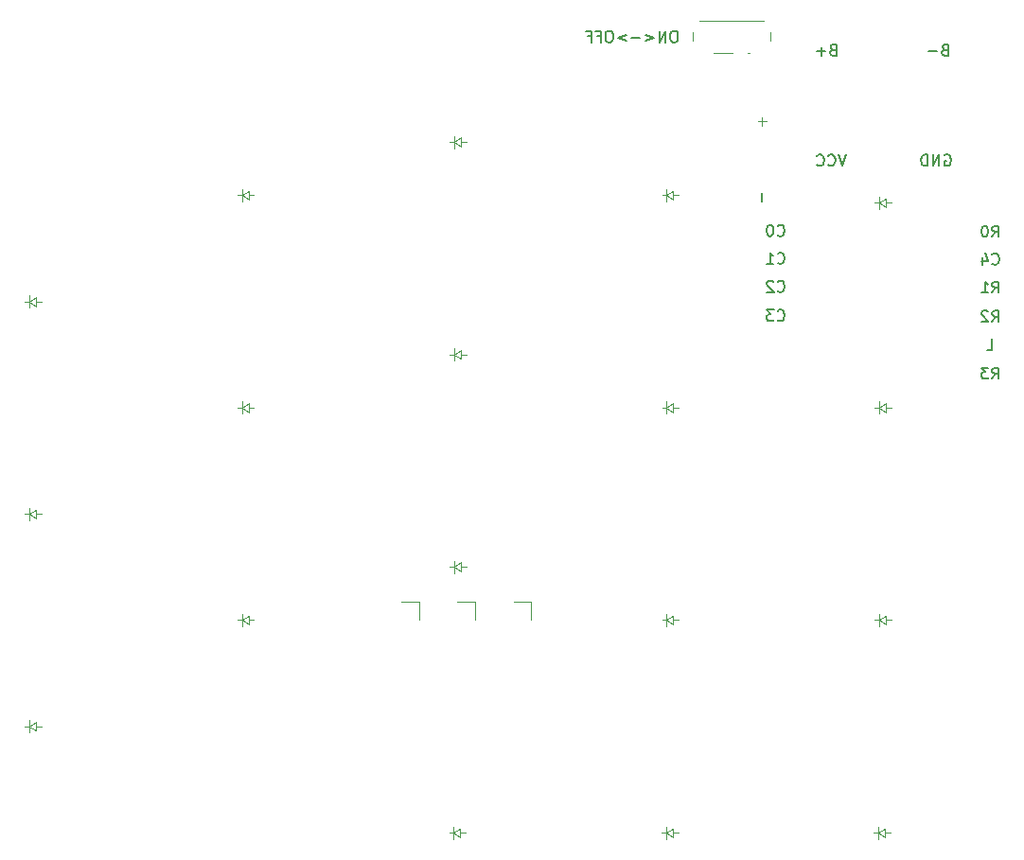
<source format=gbr>
%TF.GenerationSoftware,KiCad,Pcbnew,9.0.4*%
%TF.CreationDate,2025-08-20T23:04:38+02:00*%
%TF.ProjectId,PlusMinus38,506c7573-4d69-46e7-9573-33382e6b6963,v1.0.0*%
%TF.SameCoordinates,Original*%
%TF.FileFunction,Legend,Bot*%
%TF.FilePolarity,Positive*%
%FSLAX46Y46*%
G04 Gerber Fmt 4.6, Leading zero omitted, Abs format (unit mm)*
G04 Created by KiCad (PCBNEW 9.0.4) date 2025-08-20 23:04:38*
%MOMM*%
%LPD*%
G01*
G04 APERTURE LIST*
%ADD10C,0.150000*%
%ADD11C,0.125000*%
%ADD12C,0.120000*%
%ADD13C,0.100000*%
G04 APERTURE END LIST*
D10*
X122033332Y-53504819D02*
X121699999Y-54504819D01*
X121699999Y-54504819D02*
X121366666Y-53504819D01*
X120461904Y-54409580D02*
X120509523Y-54457200D01*
X120509523Y-54457200D02*
X120652380Y-54504819D01*
X120652380Y-54504819D02*
X120747618Y-54504819D01*
X120747618Y-54504819D02*
X120890475Y-54457200D01*
X120890475Y-54457200D02*
X120985713Y-54361961D01*
X120985713Y-54361961D02*
X121033332Y-54266723D01*
X121033332Y-54266723D02*
X121080951Y-54076247D01*
X121080951Y-54076247D02*
X121080951Y-53933390D01*
X121080951Y-53933390D02*
X121033332Y-53742914D01*
X121033332Y-53742914D02*
X120985713Y-53647676D01*
X120985713Y-53647676D02*
X120890475Y-53552438D01*
X120890475Y-53552438D02*
X120747618Y-53504819D01*
X120747618Y-53504819D02*
X120652380Y-53504819D01*
X120652380Y-53504819D02*
X120509523Y-53552438D01*
X120509523Y-53552438D02*
X120461904Y-53600057D01*
X119461904Y-54409580D02*
X119509523Y-54457200D01*
X119509523Y-54457200D02*
X119652380Y-54504819D01*
X119652380Y-54504819D02*
X119747618Y-54504819D01*
X119747618Y-54504819D02*
X119890475Y-54457200D01*
X119890475Y-54457200D02*
X119985713Y-54361961D01*
X119985713Y-54361961D02*
X120033332Y-54266723D01*
X120033332Y-54266723D02*
X120080951Y-54076247D01*
X120080951Y-54076247D02*
X120080951Y-53933390D01*
X120080951Y-53933390D02*
X120033332Y-53742914D01*
X120033332Y-53742914D02*
X119985713Y-53647676D01*
X119985713Y-53647676D02*
X119890475Y-53552438D01*
X119890475Y-53552438D02*
X119747618Y-53504819D01*
X119747618Y-53504819D02*
X119652380Y-53504819D01*
X119652380Y-53504819D02*
X119509523Y-53552438D01*
X119509523Y-53552438D02*
X119461904Y-53600057D01*
X135120666Y-65863319D02*
X135453999Y-65387128D01*
X135692094Y-65863319D02*
X135692094Y-64863319D01*
X135692094Y-64863319D02*
X135311142Y-64863319D01*
X135311142Y-64863319D02*
X135215904Y-64910938D01*
X135215904Y-64910938D02*
X135168285Y-64958557D01*
X135168285Y-64958557D02*
X135120666Y-65053795D01*
X135120666Y-65053795D02*
X135120666Y-65196652D01*
X135120666Y-65196652D02*
X135168285Y-65291890D01*
X135168285Y-65291890D02*
X135215904Y-65339509D01*
X135215904Y-65339509D02*
X135311142Y-65387128D01*
X135311142Y-65387128D02*
X135692094Y-65387128D01*
X134168285Y-65863319D02*
X134739713Y-65863319D01*
X134453999Y-65863319D02*
X134453999Y-64863319D01*
X134453999Y-64863319D02*
X134549237Y-65006176D01*
X134549237Y-65006176D02*
X134644475Y-65101414D01*
X134644475Y-65101414D02*
X134739713Y-65149033D01*
X114527866Y-56955048D02*
X114527866Y-57716953D01*
X135120666Y-63245580D02*
X135168285Y-63293200D01*
X135168285Y-63293200D02*
X135311142Y-63340819D01*
X135311142Y-63340819D02*
X135406380Y-63340819D01*
X135406380Y-63340819D02*
X135549237Y-63293200D01*
X135549237Y-63293200D02*
X135644475Y-63197961D01*
X135644475Y-63197961D02*
X135692094Y-63102723D01*
X135692094Y-63102723D02*
X135739713Y-62912247D01*
X135739713Y-62912247D02*
X135739713Y-62769390D01*
X135739713Y-62769390D02*
X135692094Y-62578914D01*
X135692094Y-62578914D02*
X135644475Y-62483676D01*
X135644475Y-62483676D02*
X135549237Y-62388438D01*
X135549237Y-62388438D02*
X135406380Y-62340819D01*
X135406380Y-62340819D02*
X135311142Y-62340819D01*
X135311142Y-62340819D02*
X135168285Y-62388438D01*
X135168285Y-62388438D02*
X135120666Y-62436057D01*
X134263523Y-62674152D02*
X134263523Y-63340819D01*
X134501618Y-62293200D02*
X134739713Y-63007485D01*
X134739713Y-63007485D02*
X134120666Y-63007485D01*
X115920666Y-65695580D02*
X115968285Y-65743200D01*
X115968285Y-65743200D02*
X116111142Y-65790819D01*
X116111142Y-65790819D02*
X116206380Y-65790819D01*
X116206380Y-65790819D02*
X116349237Y-65743200D01*
X116349237Y-65743200D02*
X116444475Y-65647961D01*
X116444475Y-65647961D02*
X116492094Y-65552723D01*
X116492094Y-65552723D02*
X116539713Y-65362247D01*
X116539713Y-65362247D02*
X116539713Y-65219390D01*
X116539713Y-65219390D02*
X116492094Y-65028914D01*
X116492094Y-65028914D02*
X116444475Y-64933676D01*
X116444475Y-64933676D02*
X116349237Y-64838438D01*
X116349237Y-64838438D02*
X116206380Y-64790819D01*
X116206380Y-64790819D02*
X116111142Y-64790819D01*
X116111142Y-64790819D02*
X115968285Y-64838438D01*
X115968285Y-64838438D02*
X115920666Y-64886057D01*
X115539713Y-64886057D02*
X115492094Y-64838438D01*
X115492094Y-64838438D02*
X115396856Y-64790819D01*
X115396856Y-64790819D02*
X115158761Y-64790819D01*
X115158761Y-64790819D02*
X115063523Y-64838438D01*
X115063523Y-64838438D02*
X115015904Y-64886057D01*
X115015904Y-64886057D02*
X114968285Y-64981295D01*
X114968285Y-64981295D02*
X114968285Y-65076533D01*
X114968285Y-65076533D02*
X115015904Y-65219390D01*
X115015904Y-65219390D02*
X115587332Y-65790819D01*
X115587332Y-65790819D02*
X114968285Y-65790819D01*
X135120666Y-68463319D02*
X135453999Y-67987128D01*
X135692094Y-68463319D02*
X135692094Y-67463319D01*
X135692094Y-67463319D02*
X135311142Y-67463319D01*
X135311142Y-67463319D02*
X135215904Y-67510938D01*
X135215904Y-67510938D02*
X135168285Y-67558557D01*
X135168285Y-67558557D02*
X135120666Y-67653795D01*
X135120666Y-67653795D02*
X135120666Y-67796652D01*
X135120666Y-67796652D02*
X135168285Y-67891890D01*
X135168285Y-67891890D02*
X135215904Y-67939509D01*
X135215904Y-67939509D02*
X135311142Y-67987128D01*
X135311142Y-67987128D02*
X135692094Y-67987128D01*
X134739713Y-67558557D02*
X134692094Y-67510938D01*
X134692094Y-67510938D02*
X134596856Y-67463319D01*
X134596856Y-67463319D02*
X134358761Y-67463319D01*
X134358761Y-67463319D02*
X134263523Y-67510938D01*
X134263523Y-67510938D02*
X134215904Y-67558557D01*
X134215904Y-67558557D02*
X134168285Y-67653795D01*
X134168285Y-67653795D02*
X134168285Y-67749033D01*
X134168285Y-67749033D02*
X134215904Y-67891890D01*
X134215904Y-67891890D02*
X134787332Y-68463319D01*
X134787332Y-68463319D02*
X134168285Y-68463319D01*
X135120666Y-73563319D02*
X135453999Y-73087128D01*
X135692094Y-73563319D02*
X135692094Y-72563319D01*
X135692094Y-72563319D02*
X135311142Y-72563319D01*
X135311142Y-72563319D02*
X135215904Y-72610938D01*
X135215904Y-72610938D02*
X135168285Y-72658557D01*
X135168285Y-72658557D02*
X135120666Y-72753795D01*
X135120666Y-72753795D02*
X135120666Y-72896652D01*
X135120666Y-72896652D02*
X135168285Y-72991890D01*
X135168285Y-72991890D02*
X135215904Y-73039509D01*
X135215904Y-73039509D02*
X135311142Y-73087128D01*
X135311142Y-73087128D02*
X135692094Y-73087128D01*
X134787332Y-72563319D02*
X134168285Y-72563319D01*
X134168285Y-72563319D02*
X134501618Y-72944271D01*
X134501618Y-72944271D02*
X134358761Y-72944271D01*
X134358761Y-72944271D02*
X134263523Y-72991890D01*
X134263523Y-72991890D02*
X134215904Y-73039509D01*
X134215904Y-73039509D02*
X134168285Y-73134747D01*
X134168285Y-73134747D02*
X134168285Y-73372842D01*
X134168285Y-73372842D02*
X134215904Y-73468080D01*
X134215904Y-73468080D02*
X134263523Y-73515700D01*
X134263523Y-73515700D02*
X134358761Y-73563319D01*
X134358761Y-73563319D02*
X134644475Y-73563319D01*
X134644475Y-73563319D02*
X134739713Y-73515700D01*
X134739713Y-73515700D02*
X134787332Y-73468080D01*
X130861904Y-53552438D02*
X130957142Y-53504819D01*
X130957142Y-53504819D02*
X131099999Y-53504819D01*
X131099999Y-53504819D02*
X131242856Y-53552438D01*
X131242856Y-53552438D02*
X131338094Y-53647676D01*
X131338094Y-53647676D02*
X131385713Y-53742914D01*
X131385713Y-53742914D02*
X131433332Y-53933390D01*
X131433332Y-53933390D02*
X131433332Y-54076247D01*
X131433332Y-54076247D02*
X131385713Y-54266723D01*
X131385713Y-54266723D02*
X131338094Y-54361961D01*
X131338094Y-54361961D02*
X131242856Y-54457200D01*
X131242856Y-54457200D02*
X131099999Y-54504819D01*
X131099999Y-54504819D02*
X131004761Y-54504819D01*
X131004761Y-54504819D02*
X130861904Y-54457200D01*
X130861904Y-54457200D02*
X130814285Y-54409580D01*
X130814285Y-54409580D02*
X130814285Y-54076247D01*
X130814285Y-54076247D02*
X131004761Y-54076247D01*
X130385713Y-54504819D02*
X130385713Y-53504819D01*
X130385713Y-53504819D02*
X129814285Y-54504819D01*
X129814285Y-54504819D02*
X129814285Y-53504819D01*
X129338094Y-54504819D02*
X129338094Y-53504819D01*
X129338094Y-53504819D02*
X129099999Y-53504819D01*
X129099999Y-53504819D02*
X128957142Y-53552438D01*
X128957142Y-53552438D02*
X128861904Y-53647676D01*
X128861904Y-53647676D02*
X128814285Y-53742914D01*
X128814285Y-53742914D02*
X128766666Y-53933390D01*
X128766666Y-53933390D02*
X128766666Y-54076247D01*
X128766666Y-54076247D02*
X128814285Y-54266723D01*
X128814285Y-54266723D02*
X128861904Y-54361961D01*
X128861904Y-54361961D02*
X128957142Y-54457200D01*
X128957142Y-54457200D02*
X129099999Y-54504819D01*
X129099999Y-54504819D02*
X129338094Y-54504819D01*
D11*
X114934951Y-50511166D02*
X114173047Y-50511166D01*
X114553999Y-50892119D02*
X114553999Y-50130214D01*
D10*
X115920666Y-63173080D02*
X115968285Y-63220700D01*
X115968285Y-63220700D02*
X116111142Y-63268319D01*
X116111142Y-63268319D02*
X116206380Y-63268319D01*
X116206380Y-63268319D02*
X116349237Y-63220700D01*
X116349237Y-63220700D02*
X116444475Y-63125461D01*
X116444475Y-63125461D02*
X116492094Y-63030223D01*
X116492094Y-63030223D02*
X116539713Y-62839747D01*
X116539713Y-62839747D02*
X116539713Y-62696890D01*
X116539713Y-62696890D02*
X116492094Y-62506414D01*
X116492094Y-62506414D02*
X116444475Y-62411176D01*
X116444475Y-62411176D02*
X116349237Y-62315938D01*
X116349237Y-62315938D02*
X116206380Y-62268319D01*
X116206380Y-62268319D02*
X116111142Y-62268319D01*
X116111142Y-62268319D02*
X115968285Y-62315938D01*
X115968285Y-62315938D02*
X115920666Y-62363557D01*
X114968285Y-63268319D02*
X115539713Y-63268319D01*
X115253999Y-63268319D02*
X115253999Y-62268319D01*
X115253999Y-62268319D02*
X115349237Y-62411176D01*
X115349237Y-62411176D02*
X115444475Y-62506414D01*
X115444475Y-62506414D02*
X115539713Y-62554033D01*
X120873229Y-44110009D02*
X120730372Y-44157628D01*
X120730372Y-44157628D02*
X120682753Y-44205247D01*
X120682753Y-44205247D02*
X120635134Y-44300485D01*
X120635134Y-44300485D02*
X120635134Y-44443342D01*
X120635134Y-44443342D02*
X120682753Y-44538580D01*
X120682753Y-44538580D02*
X120730372Y-44586200D01*
X120730372Y-44586200D02*
X120825610Y-44633819D01*
X120825610Y-44633819D02*
X121206562Y-44633819D01*
X121206562Y-44633819D02*
X121206562Y-43633819D01*
X121206562Y-43633819D02*
X120873229Y-43633819D01*
X120873229Y-43633819D02*
X120777991Y-43681438D01*
X120777991Y-43681438D02*
X120730372Y-43729057D01*
X120730372Y-43729057D02*
X120682753Y-43824295D01*
X120682753Y-43824295D02*
X120682753Y-43919533D01*
X120682753Y-43919533D02*
X120730372Y-44014771D01*
X120730372Y-44014771D02*
X120777991Y-44062390D01*
X120777991Y-44062390D02*
X120873229Y-44110009D01*
X120873229Y-44110009D02*
X121206562Y-44110009D01*
X120206562Y-44252866D02*
X119444658Y-44252866D01*
X119825610Y-44633819D02*
X119825610Y-43871914D01*
X115920666Y-60695580D02*
X115968285Y-60743200D01*
X115968285Y-60743200D02*
X116111142Y-60790819D01*
X116111142Y-60790819D02*
X116206380Y-60790819D01*
X116206380Y-60790819D02*
X116349237Y-60743200D01*
X116349237Y-60743200D02*
X116444475Y-60647961D01*
X116444475Y-60647961D02*
X116492094Y-60552723D01*
X116492094Y-60552723D02*
X116539713Y-60362247D01*
X116539713Y-60362247D02*
X116539713Y-60219390D01*
X116539713Y-60219390D02*
X116492094Y-60028914D01*
X116492094Y-60028914D02*
X116444475Y-59933676D01*
X116444475Y-59933676D02*
X116349237Y-59838438D01*
X116349237Y-59838438D02*
X116206380Y-59790819D01*
X116206380Y-59790819D02*
X116111142Y-59790819D01*
X116111142Y-59790819D02*
X115968285Y-59838438D01*
X115968285Y-59838438D02*
X115920666Y-59886057D01*
X115301618Y-59790819D02*
X115206380Y-59790819D01*
X115206380Y-59790819D02*
X115111142Y-59838438D01*
X115111142Y-59838438D02*
X115063523Y-59886057D01*
X115063523Y-59886057D02*
X115015904Y-59981295D01*
X115015904Y-59981295D02*
X114968285Y-60171771D01*
X114968285Y-60171771D02*
X114968285Y-60409866D01*
X114968285Y-60409866D02*
X115015904Y-60600342D01*
X115015904Y-60600342D02*
X115063523Y-60695580D01*
X115063523Y-60695580D02*
X115111142Y-60743200D01*
X115111142Y-60743200D02*
X115206380Y-60790819D01*
X115206380Y-60790819D02*
X115301618Y-60790819D01*
X115301618Y-60790819D02*
X115396856Y-60743200D01*
X115396856Y-60743200D02*
X115444475Y-60695580D01*
X115444475Y-60695580D02*
X115492094Y-60600342D01*
X115492094Y-60600342D02*
X115539713Y-60409866D01*
X115539713Y-60409866D02*
X115539713Y-60171771D01*
X115539713Y-60171771D02*
X115492094Y-59981295D01*
X115492094Y-59981295D02*
X115444475Y-59886057D01*
X115444475Y-59886057D02*
X115396856Y-59838438D01*
X115396856Y-59838438D02*
X115301618Y-59790819D01*
X134644476Y-70963319D02*
X135120666Y-70963319D01*
X135120666Y-70963319D02*
X135120666Y-69963319D01*
X135120666Y-60863319D02*
X135453999Y-60387128D01*
X135692094Y-60863319D02*
X135692094Y-59863319D01*
X135692094Y-59863319D02*
X135311142Y-59863319D01*
X135311142Y-59863319D02*
X135215904Y-59910938D01*
X135215904Y-59910938D02*
X135168285Y-59958557D01*
X135168285Y-59958557D02*
X135120666Y-60053795D01*
X135120666Y-60053795D02*
X135120666Y-60196652D01*
X135120666Y-60196652D02*
X135168285Y-60291890D01*
X135168285Y-60291890D02*
X135215904Y-60339509D01*
X135215904Y-60339509D02*
X135311142Y-60387128D01*
X135311142Y-60387128D02*
X135692094Y-60387128D01*
X134501618Y-59863319D02*
X134406380Y-59863319D01*
X134406380Y-59863319D02*
X134311142Y-59910938D01*
X134311142Y-59910938D02*
X134263523Y-59958557D01*
X134263523Y-59958557D02*
X134215904Y-60053795D01*
X134215904Y-60053795D02*
X134168285Y-60244271D01*
X134168285Y-60244271D02*
X134168285Y-60482366D01*
X134168285Y-60482366D02*
X134215904Y-60672842D01*
X134215904Y-60672842D02*
X134263523Y-60768080D01*
X134263523Y-60768080D02*
X134311142Y-60815700D01*
X134311142Y-60815700D02*
X134406380Y-60863319D01*
X134406380Y-60863319D02*
X134501618Y-60863319D01*
X134501618Y-60863319D02*
X134596856Y-60815700D01*
X134596856Y-60815700D02*
X134644475Y-60768080D01*
X134644475Y-60768080D02*
X134692094Y-60672842D01*
X134692094Y-60672842D02*
X134739713Y-60482366D01*
X134739713Y-60482366D02*
X134739713Y-60244271D01*
X134739713Y-60244271D02*
X134692094Y-60053795D01*
X134692094Y-60053795D02*
X134644475Y-59958557D01*
X134644475Y-59958557D02*
X134596856Y-59910938D01*
X134596856Y-59910938D02*
X134501618Y-59863319D01*
X130873229Y-44110009D02*
X130730372Y-44157628D01*
X130730372Y-44157628D02*
X130682753Y-44205247D01*
X130682753Y-44205247D02*
X130635134Y-44300485D01*
X130635134Y-44300485D02*
X130635134Y-44443342D01*
X130635134Y-44443342D02*
X130682753Y-44538580D01*
X130682753Y-44538580D02*
X130730372Y-44586200D01*
X130730372Y-44586200D02*
X130825610Y-44633819D01*
X130825610Y-44633819D02*
X131206562Y-44633819D01*
X131206562Y-44633819D02*
X131206562Y-43633819D01*
X131206562Y-43633819D02*
X130873229Y-43633819D01*
X130873229Y-43633819D02*
X130777991Y-43681438D01*
X130777991Y-43681438D02*
X130730372Y-43729057D01*
X130730372Y-43729057D02*
X130682753Y-43824295D01*
X130682753Y-43824295D02*
X130682753Y-43919533D01*
X130682753Y-43919533D02*
X130730372Y-44014771D01*
X130730372Y-44014771D02*
X130777991Y-44062390D01*
X130777991Y-44062390D02*
X130873229Y-44110009D01*
X130873229Y-44110009D02*
X131206562Y-44110009D01*
X130206562Y-44252866D02*
X129444658Y-44252866D01*
X115920666Y-68295580D02*
X115968285Y-68343200D01*
X115968285Y-68343200D02*
X116111142Y-68390819D01*
X116111142Y-68390819D02*
X116206380Y-68390819D01*
X116206380Y-68390819D02*
X116349237Y-68343200D01*
X116349237Y-68343200D02*
X116444475Y-68247961D01*
X116444475Y-68247961D02*
X116492094Y-68152723D01*
X116492094Y-68152723D02*
X116539713Y-67962247D01*
X116539713Y-67962247D02*
X116539713Y-67819390D01*
X116539713Y-67819390D02*
X116492094Y-67628914D01*
X116492094Y-67628914D02*
X116444475Y-67533676D01*
X116444475Y-67533676D02*
X116349237Y-67438438D01*
X116349237Y-67438438D02*
X116206380Y-67390819D01*
X116206380Y-67390819D02*
X116111142Y-67390819D01*
X116111142Y-67390819D02*
X115968285Y-67438438D01*
X115968285Y-67438438D02*
X115920666Y-67486057D01*
X115587332Y-67390819D02*
X114968285Y-67390819D01*
X114968285Y-67390819D02*
X115301618Y-67771771D01*
X115301618Y-67771771D02*
X115158761Y-67771771D01*
X115158761Y-67771771D02*
X115063523Y-67819390D01*
X115063523Y-67819390D02*
X115015904Y-67867009D01*
X115015904Y-67867009D02*
X114968285Y-67962247D01*
X114968285Y-67962247D02*
X114968285Y-68200342D01*
X114968285Y-68200342D02*
X115015904Y-68295580D01*
X115015904Y-68295580D02*
X115063523Y-68343200D01*
X115063523Y-68343200D02*
X115158761Y-68390819D01*
X115158761Y-68390819D02*
X115444475Y-68390819D01*
X115444475Y-68390819D02*
X115539713Y-68343200D01*
X115539713Y-68343200D02*
X115587332Y-68295580D01*
X106761142Y-42440819D02*
X106570666Y-42440819D01*
X106570666Y-42440819D02*
X106475428Y-42488438D01*
X106475428Y-42488438D02*
X106380190Y-42583676D01*
X106380190Y-42583676D02*
X106332571Y-42774152D01*
X106332571Y-42774152D02*
X106332571Y-43107485D01*
X106332571Y-43107485D02*
X106380190Y-43297961D01*
X106380190Y-43297961D02*
X106475428Y-43393200D01*
X106475428Y-43393200D02*
X106570666Y-43440819D01*
X106570666Y-43440819D02*
X106761142Y-43440819D01*
X106761142Y-43440819D02*
X106856380Y-43393200D01*
X106856380Y-43393200D02*
X106951618Y-43297961D01*
X106951618Y-43297961D02*
X106999237Y-43107485D01*
X106999237Y-43107485D02*
X106999237Y-42774152D01*
X106999237Y-42774152D02*
X106951618Y-42583676D01*
X106951618Y-42583676D02*
X106856380Y-42488438D01*
X106856380Y-42488438D02*
X106761142Y-42440819D01*
X105903999Y-43440819D02*
X105903999Y-42440819D01*
X105903999Y-42440819D02*
X105332571Y-43440819D01*
X105332571Y-43440819D02*
X105332571Y-42440819D01*
X104094476Y-42774152D02*
X104856380Y-43059866D01*
X104856380Y-43059866D02*
X104094476Y-43345580D01*
X103618285Y-43059866D02*
X102856381Y-43059866D01*
X102380190Y-42774152D02*
X101618286Y-43059866D01*
X101618286Y-43059866D02*
X102380190Y-43345580D01*
X100951619Y-42440819D02*
X100761143Y-42440819D01*
X100761143Y-42440819D02*
X100665905Y-42488438D01*
X100665905Y-42488438D02*
X100570667Y-42583676D01*
X100570667Y-42583676D02*
X100523048Y-42774152D01*
X100523048Y-42774152D02*
X100523048Y-43107485D01*
X100523048Y-43107485D02*
X100570667Y-43297961D01*
X100570667Y-43297961D02*
X100665905Y-43393200D01*
X100665905Y-43393200D02*
X100761143Y-43440819D01*
X100761143Y-43440819D02*
X100951619Y-43440819D01*
X100951619Y-43440819D02*
X101046857Y-43393200D01*
X101046857Y-43393200D02*
X101142095Y-43297961D01*
X101142095Y-43297961D02*
X101189714Y-43107485D01*
X101189714Y-43107485D02*
X101189714Y-42774152D01*
X101189714Y-42774152D02*
X101142095Y-42583676D01*
X101142095Y-42583676D02*
X101046857Y-42488438D01*
X101046857Y-42488438D02*
X100951619Y-42440819D01*
X99761143Y-42917009D02*
X100094476Y-42917009D01*
X100094476Y-43440819D02*
X100094476Y-42440819D01*
X100094476Y-42440819D02*
X99618286Y-42440819D01*
X98904000Y-42917009D02*
X99237333Y-42917009D01*
X99237333Y-43440819D02*
X99237333Y-42440819D01*
X99237333Y-42440819D02*
X98761143Y-42440819D01*
D12*
%TO.C,PWR1*%
X115254000Y-42546000D02*
X115254000Y-43336000D01*
X113204000Y-44386000D02*
X113404000Y-44386000D01*
X110204000Y-44386000D02*
X111904000Y-44386000D01*
X108954000Y-41536000D02*
X114654000Y-41536000D01*
X108354000Y-43336000D02*
X108354000Y-42546000D01*
D13*
%TO.C,D9*%
X86590000Y-52380000D02*
X86990000Y-52380000D01*
X86990000Y-52380000D02*
X86990000Y-51830000D01*
X86990000Y-52380000D02*
X86990000Y-52930000D01*
X86990000Y-52380000D02*
X87590000Y-51980000D01*
X87590000Y-51980000D02*
X87590000Y-52780000D01*
X87590000Y-52380000D02*
X88090000Y-52380000D01*
X87590000Y-52780000D02*
X86990000Y-52380000D01*
%TO.C,D6*%
X67590000Y-57142500D02*
X67990000Y-57142500D01*
X67990000Y-57142500D02*
X67990000Y-56592500D01*
X67990000Y-57142500D02*
X67990000Y-57692500D01*
X67990000Y-57142500D02*
X68590000Y-56742500D01*
X68590000Y-56742500D02*
X68590000Y-57542500D01*
X68590000Y-57142500D02*
X69090000Y-57142500D01*
X68590000Y-57542500D02*
X67990000Y-57142500D01*
%TO.C,D17*%
X105540000Y-114192500D02*
X105940000Y-114192500D01*
X105940000Y-114192500D02*
X105940000Y-113642500D01*
X105940000Y-114192500D02*
X105940000Y-114742500D01*
X105940000Y-114192500D02*
X106540000Y-113792500D01*
X106540000Y-113792500D02*
X106540000Y-114592500D01*
X106540000Y-114192500D02*
X107040000Y-114192500D01*
X106540000Y-114592500D02*
X105940000Y-114192500D01*
%TO.C,D13*%
X124590000Y-95142500D02*
X124990000Y-95142500D01*
X124990000Y-95142500D02*
X124990000Y-94592500D01*
X124990000Y-95142500D02*
X124990000Y-95692500D01*
X124990000Y-95142500D02*
X125590000Y-94742500D01*
X125590000Y-94742500D02*
X125590000Y-95542500D01*
X125590000Y-95142500D02*
X126090000Y-95142500D01*
X125590000Y-95542500D02*
X124990000Y-95142500D01*
%TO.C,D18*%
X124540000Y-114192500D02*
X124940000Y-114192500D01*
X124940000Y-114192500D02*
X124940000Y-113642500D01*
X124940000Y-114192500D02*
X124940000Y-114742500D01*
X124940000Y-114192500D02*
X125540000Y-113792500D01*
X125540000Y-113792500D02*
X125540000Y-114592500D01*
X125540000Y-114192500D02*
X126040000Y-114192500D01*
X125540000Y-114592500D02*
X124940000Y-114192500D01*
%TO.C,D12*%
X105590000Y-57142500D02*
X105990000Y-57142500D01*
X105990000Y-57142500D02*
X105990000Y-56592500D01*
X105990000Y-57142500D02*
X105990000Y-57692500D01*
X105990000Y-57142500D02*
X106590000Y-56742500D01*
X106590000Y-56742500D02*
X106590000Y-57542500D01*
X106590000Y-57142500D02*
X107090000Y-57142500D01*
X106590000Y-57542500D02*
X105990000Y-57142500D01*
%TO.C,D2*%
X48590000Y-85667500D02*
X48990000Y-85667500D01*
X48990000Y-85667500D02*
X48990000Y-85117500D01*
X48990000Y-85667500D02*
X48990000Y-86217500D01*
X48990000Y-85667500D02*
X49590000Y-85267500D01*
X49590000Y-85267500D02*
X49590000Y-86067500D01*
X49590000Y-85667500D02*
X50090000Y-85667500D01*
X49590000Y-86067500D02*
X48990000Y-85667500D01*
%TO.C,D16*%
X86540000Y-114192500D02*
X86940000Y-114192500D01*
X86940000Y-114192500D02*
X86940000Y-113642500D01*
X86940000Y-114192500D02*
X86940000Y-114742500D01*
X86940000Y-114192500D02*
X87540000Y-113792500D01*
X87540000Y-113792500D02*
X87540000Y-114592500D01*
X87540000Y-114192500D02*
X88040000Y-114192500D01*
X87540000Y-114592500D02*
X86940000Y-114192500D01*
%TO.C,D7*%
X86590000Y-90380000D02*
X86990000Y-90380000D01*
X86990000Y-90380000D02*
X86990000Y-89830000D01*
X86990000Y-90380000D02*
X86990000Y-90930000D01*
X86990000Y-90380000D02*
X87590000Y-89980000D01*
X87590000Y-89980000D02*
X87590000Y-90780000D01*
X87590000Y-90380000D02*
X88090000Y-90380000D01*
X87590000Y-90780000D02*
X86990000Y-90380000D01*
%TO.C,D4*%
X67590000Y-95142500D02*
X67990000Y-95142500D01*
X67990000Y-95142500D02*
X67990000Y-94592500D01*
X67990000Y-95142500D02*
X67990000Y-95692500D01*
X67990000Y-95142500D02*
X68590000Y-94742500D01*
X68590000Y-94742500D02*
X68590000Y-95542500D01*
X68590000Y-95142500D02*
X69090000Y-95142500D01*
X68590000Y-95542500D02*
X67990000Y-95142500D01*
%TO.C,D14*%
X124590000Y-76142500D02*
X124990000Y-76142500D01*
X124990000Y-76142500D02*
X124990000Y-75592500D01*
X124990000Y-76142500D02*
X124990000Y-76692500D01*
X124990000Y-76142500D02*
X125590000Y-75742500D01*
X125590000Y-75742500D02*
X125590000Y-76542500D01*
X125590000Y-76142500D02*
X126090000Y-76142500D01*
X125590000Y-76542500D02*
X124990000Y-76142500D01*
%TO.C,D3*%
X48590000Y-66667500D02*
X48990000Y-66667500D01*
X48990000Y-66667500D02*
X48990000Y-66117500D01*
X48990000Y-66667500D02*
X48990000Y-67217500D01*
X48990000Y-66667500D02*
X49590000Y-66267500D01*
X49590000Y-66267500D02*
X49590000Y-67067500D01*
X49590000Y-66667500D02*
X50090000Y-66667500D01*
X49590000Y-67067500D02*
X48990000Y-66667500D01*
%TO.C,D15*%
X124590000Y-57807500D02*
X124990000Y-57807500D01*
X124990000Y-57807500D02*
X124990000Y-57257500D01*
X124990000Y-57807500D02*
X124990000Y-58357500D01*
X124990000Y-57807500D02*
X125590000Y-57407500D01*
X125590000Y-57407500D02*
X125590000Y-58207500D01*
X125590000Y-57807500D02*
X126090000Y-57807500D01*
X125590000Y-58207500D02*
X124990000Y-57807500D01*
%TO.C,D10*%
X105590000Y-95142500D02*
X105990000Y-95142500D01*
X105990000Y-95142500D02*
X105990000Y-94592500D01*
X105990000Y-95142500D02*
X105990000Y-95692500D01*
X105990000Y-95142500D02*
X106590000Y-94742500D01*
X106590000Y-94742500D02*
X106590000Y-95542500D01*
X106590000Y-95142500D02*
X107090000Y-95142500D01*
X106590000Y-95542500D02*
X105990000Y-95142500D01*
%TO.C,D11*%
X105590000Y-76142500D02*
X105990000Y-76142500D01*
X105990000Y-76142500D02*
X105990000Y-75592500D01*
X105990000Y-76142500D02*
X105990000Y-76692500D01*
X105990000Y-76142500D02*
X106590000Y-75742500D01*
X106590000Y-75742500D02*
X106590000Y-76542500D01*
X106590000Y-76142500D02*
X107090000Y-76142500D01*
X106590000Y-76542500D02*
X105990000Y-76142500D01*
%TO.C,D1*%
X48590000Y-104667500D02*
X48990000Y-104667500D01*
X48990000Y-104667500D02*
X48990000Y-104117500D01*
X48990000Y-104667500D02*
X48990000Y-105217500D01*
X48990000Y-104667500D02*
X49590000Y-104267500D01*
X49590000Y-104267500D02*
X49590000Y-105067500D01*
X49590000Y-104667500D02*
X50090000Y-104667500D01*
X49590000Y-105067500D02*
X48990000Y-104667500D01*
%TO.C,D8*%
X86590000Y-71380000D02*
X86990000Y-71380000D01*
X86990000Y-71380000D02*
X86990000Y-70830000D01*
X86990000Y-71380000D02*
X86990000Y-71930000D01*
X86990000Y-71380000D02*
X87590000Y-70980000D01*
X87590000Y-70980000D02*
X87590000Y-71780000D01*
X87590000Y-71380000D02*
X88090000Y-71380000D01*
X87590000Y-71780000D02*
X86990000Y-71380000D01*
%TO.C,D5*%
X67590000Y-76142500D02*
X67990000Y-76142500D01*
X67990000Y-76142500D02*
X67990000Y-75592500D01*
X67990000Y-76142500D02*
X67990000Y-76692500D01*
X67990000Y-76142500D02*
X68590000Y-75742500D01*
X68590000Y-75742500D02*
X68590000Y-76542500D01*
X68590000Y-76142500D02*
X69090000Y-76142500D01*
X68590000Y-76542500D02*
X67990000Y-76142500D01*
D12*
%TO.C,LED1*%
X82290000Y-93486250D02*
X83890000Y-93486250D01*
X83890000Y-93486250D02*
X83890000Y-95086250D01*
X87290000Y-93486250D02*
X88890000Y-93486250D01*
X88890000Y-93486250D02*
X88890000Y-95086250D01*
X92290000Y-93486250D02*
X93890000Y-93486250D01*
X93890000Y-93486250D02*
X93890000Y-95086250D01*
%TD*%
M02*

</source>
